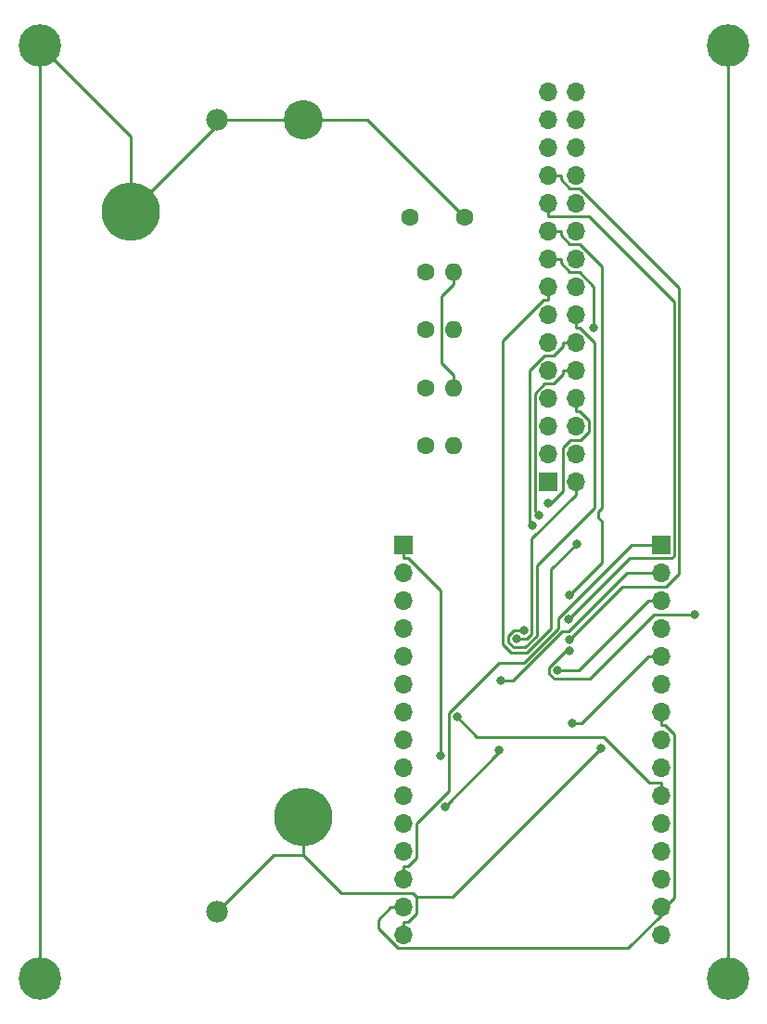
<source format=gbr>
%TF.GenerationSoftware,KiCad,Pcbnew,(6.0.0)*%
%TF.CreationDate,2022-04-22T12:33:35-07:00*%
%TF.ProjectId,Garden-Soil-MoistureSensor,47617264-656e-42d5-936f-696c2d4d6f69,rev?*%
%TF.SameCoordinates,Original*%
%TF.FileFunction,Copper,L2,Bot*%
%TF.FilePolarity,Positive*%
%FSLAX46Y46*%
G04 Gerber Fmt 4.6, Leading zero omitted, Abs format (unit mm)*
G04 Created by KiCad (PCBNEW (6.0.0)) date 2022-04-22 12:33:35*
%MOMM*%
%LPD*%
G01*
G04 APERTURE LIST*
%TA.AperFunction,ComponentPad*%
%ADD10C,1.600000*%
%TD*%
%TA.AperFunction,ComponentPad*%
%ADD11O,1.600000X1.600000*%
%TD*%
%TA.AperFunction,ComponentPad*%
%ADD12R,1.700000X1.700000*%
%TD*%
%TA.AperFunction,ComponentPad*%
%ADD13O,1.700000X1.700000*%
%TD*%
%TA.AperFunction,ComponentPad*%
%ADD14C,1.980000*%
%TD*%
%TA.AperFunction,ComponentPad*%
%ADD15C,5.325000*%
%TD*%
%TA.AperFunction,ComponentPad*%
%ADD16C,3.585000*%
%TD*%
%TA.AperFunction,ViaPad*%
%ADD17C,0.800000*%
%TD*%
%TA.AperFunction,ViaPad*%
%ADD18C,3.873600*%
%TD*%
%TA.AperFunction,Conductor*%
%ADD19C,0.250000*%
%TD*%
G04 APERTURE END LIST*
D10*
%TO.P,R4,1*%
%TO.N,D7*%
X152742800Y-86023600D03*
D11*
%TO.P,R4,2*%
%TO.N,GND*%
X155282800Y-86023600D03*
%TD*%
D12*
%TO.P,J2,1,Pin_1*%
%TO.N,DO*%
X174225000Y-95110400D03*
D13*
%TO.P,J2,2,Pin_2*%
%TO.N,D1*%
X174225000Y-97650400D03*
%TO.P,J2,3,Pin_3*%
%TO.N,D2*%
X174225000Y-100190400D03*
%TO.P,J2,4,Pin_4*%
%TO.N,D3*%
X174225000Y-102730400D03*
%TO.P,J2,5,Pin_5*%
%TO.N,D4*%
X174225000Y-105270400D03*
%TO.P,J2,6,Pin_6*%
%TO.N,3V#1*%
X174225000Y-107810400D03*
%TO.P,J2,7,Pin_7*%
%TO.N,GND*%
X174225000Y-110350400D03*
%TO.P,J2,8,Pin_8*%
%TO.N,D5*%
X174225000Y-112890400D03*
%TO.P,J2,9,Pin_9*%
%TO.N,D6*%
X174225000Y-115430400D03*
%TO.P,J2,10,Pin_10*%
%TO.N,D7*%
X174225000Y-117970400D03*
%TO.P,J2,11,Pin_11*%
%TO.N,D8*%
X174225000Y-120510400D03*
%TO.P,J2,12,Pin_12*%
%TO.N,RX*%
X174225000Y-123050400D03*
%TO.P,J2,13,Pin_13*%
%TO.N,TX*%
X174225000Y-125590400D03*
%TO.P,J2,14,Pin_14*%
%TO.N,GND*%
X174225000Y-128130400D03*
%TO.P,J2,15,Pin_15*%
%TO.N,3V#2*%
X174225000Y-130670400D03*
%TD*%
D10*
%TO.P,R2,1*%
%TO.N,VIN*%
X152742800Y-75462000D03*
D11*
%TO.P,R2,2*%
%TO.N,Net-(IC1-Pad1)*%
X155282800Y-75462000D03*
%TD*%
D10*
%TO.P,R1,1*%
%TO.N,A0*%
X152742800Y-70181200D03*
D11*
%TO.P,R1,2*%
%TO.N,GND*%
X155282800Y-70181200D03*
%TD*%
D10*
%TO.P,R3,1*%
%TO.N,D7*%
X152742800Y-80742800D03*
D11*
%TO.P,R3,2*%
%TO.N,GND*%
X155282800Y-80742800D03*
%TD*%
D12*
%TO.P,J3,1,Pin_1*%
%TO.N,1B*%
X163892500Y-89346200D03*
D13*
%TO.P,J3,2,Pin_2*%
%TO.N,1A*%
X166432500Y-89346200D03*
%TO.P,J3,3,Pin_3*%
%TO.N,2B*%
X163892500Y-86806200D03*
%TO.P,J3,4,Pin_4*%
%TO.N,2A*%
X166432500Y-86806200D03*
%TO.P,J3,5,Pin_5*%
%TO.N,3B*%
X163892500Y-84266200D03*
%TO.P,J3,6,Pin_6*%
%TO.N,3A*%
X166432500Y-84266200D03*
%TO.P,J3,7,Pin_7*%
%TO.N,4B*%
X163892500Y-81726200D03*
%TO.P,J3,8,Pin_8*%
%TO.N,4A*%
X166432500Y-81726200D03*
%TO.P,J3,9,Pin_9*%
%TO.N,5B*%
X163892500Y-79186200D03*
%TO.P,J3,10,Pin_10*%
%TO.N,5A*%
X166432500Y-79186200D03*
%TO.P,J3,11,Pin_11*%
%TO.N,6B*%
X163892500Y-76646200D03*
%TO.P,J3,12,Pin_12*%
%TO.N,6A*%
X166432500Y-76646200D03*
%TO.P,J3,13,Pin_13*%
%TO.N,7B*%
X163892500Y-74106200D03*
%TO.P,J3,14,Pin_14*%
%TO.N,7A*%
X166432500Y-74106200D03*
%TO.P,J3,15,Pin_15*%
%TO.N,8B*%
X163892500Y-71566200D03*
%TO.P,J3,16,Pin_16*%
%TO.N,8A*%
X166432500Y-71566200D03*
%TO.P,J3,17,Pin_17*%
%TO.N,9B*%
X163892500Y-69026200D03*
%TO.P,J3,18,Pin_18*%
%TO.N,9A*%
X166432500Y-69026200D03*
%TO.P,J3,19,Pin_19*%
%TO.N,10B*%
X163892500Y-66486200D03*
%TO.P,J3,20,Pin_20*%
%TO.N,10A*%
X166432500Y-66486200D03*
%TO.P,J3,21,Pin_21*%
%TO.N,11B*%
X163892500Y-63946200D03*
%TO.P,J3,22,Pin_22*%
%TO.N,11A*%
X166432500Y-63946200D03*
%TO.P,J3,23,Pin_23*%
%TO.N,12B*%
X163892500Y-61406200D03*
%TO.P,J3,24,Pin_24*%
%TO.N,12A*%
X166432500Y-61406200D03*
%TO.P,J3,25,Pin_25*%
%TO.N,13B*%
X163892500Y-58866200D03*
%TO.P,J3,26,Pin_26*%
%TO.N,13A*%
X166432500Y-58866200D03*
%TO.P,J3,27,Pin_27*%
%TO.N,14B*%
X163892500Y-56326200D03*
%TO.P,J3,28,Pin_28*%
%TO.N,14A*%
X166432500Y-56326200D03*
%TO.P,J3,29,Pin_29*%
%TO.N,15B*%
X163892500Y-53786200D03*
%TO.P,J3,30,Pin_30*%
%TO.N,15A*%
X166432500Y-53786200D03*
%TD*%
D12*
%TO.P,J1,1,Pin_1*%
%TO.N,A0*%
X150730000Y-95110400D03*
D13*
%TO.P,J1,2,Pin_2*%
%TO.N,RSV1*%
X150730000Y-97650400D03*
%TO.P,J1,3,Pin_3*%
%TO.N,RSV2*%
X150730000Y-100190400D03*
%TO.P,J1,4,Pin_4*%
%TO.N,SD3*%
X150730000Y-102730400D03*
%TO.P,J1,5,Pin_5*%
%TO.N,SD2*%
X150730000Y-105270400D03*
%TO.P,J1,6,Pin_6*%
%TO.N,SD1*%
X150730000Y-107810400D03*
%TO.P,J1,7,Pin_7*%
%TO.N,CMD*%
X150730000Y-110350400D03*
%TO.P,J1,8,Pin_8*%
%TO.N,SDO*%
X150730000Y-112890400D03*
%TO.P,J1,9,Pin_9*%
%TO.N,CLK*%
X150730000Y-115430400D03*
%TO.P,J1,10,Pin_10*%
%TO.N,GND*%
X150730000Y-117970400D03*
%TO.P,J1,11,Pin_11*%
%TO.N,3V#3*%
X150730000Y-120510400D03*
%TO.P,J1,12,Pin_12*%
%TO.N,EN*%
X150730000Y-123050400D03*
%TO.P,J1,13,Pin_13*%
%TO.N,DO*%
X150730000Y-125590400D03*
%TO.P,J1,14,Pin_14*%
%TO.N,GND*%
X150730000Y-128130400D03*
%TO.P,J1,15,Pin_15*%
%TO.N,VIN*%
X150730000Y-130670400D03*
%TD*%
D14*
%TO.P,U1,1,+*%
%TO.N,VIN*%
X133696200Y-128533300D03*
%TO.P,U1,2,-*%
%TO.N,GND*%
X133696200Y-56333300D03*
D15*
%TO.P,U1,MH1,MH1*%
%TO.N,VIN*%
X141566200Y-119893300D03*
D16*
%TO.P,U1,MH2,MH2*%
%TO.N,GND*%
X141566200Y-56333300D03*
D15*
%TO.P,U1,MH3,MH3*%
X125826200Y-64693300D03*
%TD*%
D10*
%TO.P,C1,1*%
%TO.N,VIN*%
X151287800Y-65215500D03*
%TO.P,C1,2*%
%TO.N,GND*%
X156287800Y-65215500D03*
%TD*%
D17*
%TO.N,A0*%
X154513800Y-118928300D03*
X159432700Y-113821300D03*
X154095900Y-114333000D03*
D18*
%TO.N,GND*%
X180340000Y-49530000D03*
X117500400Y-49530000D03*
X180340000Y-134620000D03*
X117475000Y-134620000D03*
D17*
%TO.N,VIN*%
X168710000Y-113668900D03*
%TO.N,D1*%
X159559600Y-107465400D03*
%TO.N,D2*%
X164776900Y-106550200D03*
%TO.N,D4*%
X166109400Y-111376500D03*
%TO.N,D7*%
X155569800Y-110767500D03*
%TO.N,13B*%
X177249800Y-101473300D03*
X165816900Y-104733000D03*
%TO.N,12B*%
X165828100Y-103732600D03*
%TO.N,11B*%
X165804700Y-101854500D03*
%TO.N,10B*%
X165863300Y-99632400D03*
%TO.N,9B*%
X168076900Y-75288500D03*
%TO.N,8B*%
X166545975Y-94969124D03*
%TO.N,7A*%
X161695300Y-102889300D03*
%TO.N,6A*%
X162490100Y-93303600D03*
%TO.N,5A*%
X163025500Y-92424200D03*
%TO.N,4A*%
X163914200Y-91261200D03*
%TO.N,1A*%
X161056900Y-103665700D03*
%TD*%
D19*
%TO.N,A0*%
X159432700Y-114009400D02*
X154513800Y-118928300D01*
X154095900Y-99284300D02*
X154095900Y-114333000D01*
X150730000Y-95110400D02*
X150730000Y-96285700D01*
X150730000Y-96285700D02*
X151097300Y-96285700D01*
X151097300Y-96285700D02*
X154095900Y-99284300D01*
X159432700Y-113821300D02*
X159432700Y-114009400D01*
%TO.N,GND*%
X174225000Y-110350400D02*
X174225000Y-111525700D01*
X117500400Y-134594600D02*
X117475000Y-134620000D01*
X141566200Y-56333300D02*
X147405600Y-56333300D01*
X174225000Y-128424200D02*
X175400300Y-127248900D01*
X154157500Y-72431800D02*
X154157500Y-78492200D01*
X180340000Y-134620000D02*
X180340000Y-49530000D01*
X150225400Y-131872700D02*
X171215300Y-131872700D01*
X175400300Y-127248900D02*
X175400300Y-112333600D01*
X171215300Y-131872700D02*
X174225000Y-128863000D01*
X148415100Y-130062400D02*
X148415100Y-129270000D01*
X148415100Y-129270000D02*
X149554700Y-128130400D01*
X154157500Y-78492200D02*
X155282800Y-79617500D01*
X125826200Y-64693300D02*
X125826200Y-57855800D01*
X147405600Y-56333300D02*
X156287800Y-65215500D01*
X155282800Y-71306500D02*
X154157500Y-72431800D01*
X174225000Y-128863000D02*
X174225000Y-128718000D01*
X150730000Y-128130400D02*
X149554700Y-128130400D01*
X133696200Y-56333300D02*
X141566200Y-56333300D01*
X155282800Y-80742800D02*
X155282800Y-79617500D01*
X175400300Y-112333600D02*
X174592400Y-111525700D01*
X155282800Y-70181200D02*
X155282800Y-71306500D01*
X125826200Y-57855800D02*
X117500400Y-49530000D01*
X117500400Y-49530000D02*
X117500400Y-134594600D01*
X148415100Y-130062400D02*
X150225400Y-131872700D01*
X174592400Y-111525700D02*
X174225000Y-111525700D01*
X125826200Y-64693300D02*
X133696200Y-56823300D01*
%TO.N,DO*%
X151905300Y-120463100D02*
X154844300Y-117524100D01*
X151905300Y-123607200D02*
X151905300Y-120463100D01*
X151097400Y-124415100D02*
X151905300Y-123607200D01*
X154844300Y-110405300D02*
X159442300Y-105807300D01*
X164808500Y-101810500D02*
X171508600Y-95110400D01*
X150730000Y-125590400D02*
X150730000Y-124415100D01*
X164808500Y-102712600D02*
X164808500Y-101810500D01*
X150730000Y-124415100D02*
X151097400Y-124415100D01*
X161713800Y-105807300D02*
X164808500Y-102712600D01*
X154844300Y-117524100D02*
X154844300Y-110405300D01*
X159442300Y-105807300D02*
X161713800Y-105807300D01*
X171508600Y-95110400D02*
X174225000Y-95110400D01*
%TO.N,VIN*%
X141566200Y-123376800D02*
X138852700Y-123376800D01*
X145049800Y-126860400D02*
X141566200Y-123376800D01*
X151585400Y-126860400D02*
X145049800Y-126860400D01*
X151097400Y-129495100D02*
X151905300Y-128687200D01*
X155198600Y-127180300D02*
X168710000Y-113668900D01*
X150730000Y-130670400D02*
X150730000Y-129495100D01*
X150730000Y-129495100D02*
X151097400Y-129495100D01*
X138852700Y-123376800D02*
X133696200Y-128533300D01*
X151905300Y-127180300D02*
X155198600Y-127180300D01*
X151905300Y-128687200D02*
X151905300Y-127180300D01*
X141566200Y-123376800D02*
X141566200Y-119893300D01*
X151905300Y-127180300D02*
X151585400Y-126860400D01*
%TO.N,D1*%
X165150800Y-103007200D02*
X165787600Y-103007200D01*
X165787600Y-103007200D02*
X171144400Y-97650400D01*
X160692600Y-107465400D02*
X165150800Y-103007200D01*
X159559600Y-107465400D02*
X160692600Y-107465400D01*
X171144400Y-97650400D02*
X174225000Y-97650400D01*
%TO.N,D2*%
X164776900Y-106550200D02*
X166689900Y-106550200D01*
X166689900Y-106550200D02*
X173049700Y-100190400D01*
X174225000Y-100190400D02*
X173049700Y-100190400D01*
%TO.N,D4*%
X166943600Y-111376500D02*
X166109400Y-111376500D01*
X174225000Y-105270400D02*
X173049700Y-105270400D01*
X173049700Y-105270400D02*
X166943600Y-111376500D01*
%TO.N,D7*%
X173153300Y-116795100D02*
X174225000Y-116795100D01*
X157421500Y-112619200D02*
X168977400Y-112619200D01*
X174225000Y-117970400D02*
X174225000Y-116795100D01*
X168977400Y-112619200D02*
X173153300Y-116795100D01*
X155569800Y-110767500D02*
X157421500Y-112619200D01*
%TO.N,13B*%
X173581900Y-101473300D02*
X167730700Y-107324500D01*
X164019100Y-106255700D02*
X165541800Y-104733000D01*
X177249800Y-101473300D02*
X173581900Y-101473300D01*
X164019100Y-106865700D02*
X164019100Y-106255700D01*
X167730700Y-107324500D02*
X164477900Y-107324500D01*
X165541800Y-104733000D02*
X165816900Y-104733000D01*
X164477900Y-107324500D02*
X164019100Y-106865700D01*
%TO.N,12B*%
X165067800Y-61773600D02*
X165067800Y-61406200D01*
X165828100Y-103732600D02*
X170640300Y-98920400D01*
X175850800Y-71673700D02*
X166758600Y-62581500D01*
X174642100Y-98920400D02*
X175850800Y-97711700D01*
X170640300Y-98920400D02*
X174642100Y-98920400D01*
X175850800Y-97711700D02*
X175850800Y-71673700D01*
X163892500Y-61406200D02*
X165067800Y-61406200D01*
X166758600Y-62581500D02*
X165875700Y-62581500D01*
X165875700Y-62581500D02*
X165067800Y-61773600D01*
%TO.N,11B*%
X167647147Y-65121500D02*
X175400300Y-72874653D01*
X175400300Y-96095200D02*
X175209700Y-96285800D01*
X171373400Y-96285800D02*
X165804700Y-101854500D01*
X175209700Y-96285800D02*
X171373400Y-96285800D01*
X163892500Y-65121500D02*
X167647147Y-65121500D01*
X163892500Y-63946200D02*
X163892500Y-65121500D01*
X175400300Y-72874653D02*
X175400300Y-96095200D01*
%TO.N,10B*%
X165875700Y-67661500D02*
X166744300Y-67661500D01*
X168802200Y-92921000D02*
X168802200Y-96693500D01*
X168802200Y-69719400D02*
X168802200Y-91687200D01*
X168485700Y-92003700D02*
X168485700Y-92604500D01*
X165067800Y-66486200D02*
X165067800Y-66853600D01*
X166744300Y-67661500D02*
X168802200Y-69719400D01*
X168485700Y-92604500D02*
X168802200Y-92921000D01*
X165067800Y-66853600D02*
X165875700Y-67661500D01*
X168802200Y-96693500D02*
X165863300Y-99632400D01*
X163892500Y-66486200D02*
X165067800Y-66486200D01*
X168802200Y-91687200D02*
X168485700Y-92003700D01*
%TO.N,9B*%
X165875700Y-70201500D02*
X166749100Y-70201500D01*
X166749100Y-70201500D02*
X168076900Y-71529300D01*
X165067800Y-69026200D02*
X165067800Y-69393600D01*
X165067800Y-69393600D02*
X165875700Y-70201500D01*
X163892500Y-69026200D02*
X165067800Y-69026200D01*
X168076900Y-71529300D02*
X168076900Y-75288500D01*
%TO.N,8B*%
X159799200Y-76467500D02*
X163525200Y-72741500D01*
X166545975Y-94969124D02*
X164199300Y-97315799D01*
X164199300Y-97315799D02*
X164199300Y-102684900D01*
X159799200Y-104162200D02*
X159799200Y-76467500D01*
X160560100Y-104923100D02*
X159799200Y-104162200D01*
X164199300Y-102684900D02*
X161961100Y-104923100D01*
X163892500Y-72741500D02*
X163892500Y-71566200D01*
X163525200Y-72741500D02*
X163892500Y-72741500D01*
X161961100Y-104923100D02*
X160560100Y-104923100D01*
%TO.N,7A*%
X160764900Y-104429000D02*
X160293000Y-103957100D01*
X160293000Y-103358100D02*
X160761800Y-102889300D01*
X162870900Y-96981600D02*
X162870900Y-103376400D01*
X168115700Y-76597400D02*
X168115700Y-91736800D01*
X161818300Y-104429000D02*
X160764900Y-104429000D01*
X162870900Y-103376400D02*
X161818300Y-104429000D01*
X166799800Y-75281500D02*
X168115700Y-76597400D01*
X160293000Y-103957100D02*
X160293000Y-103358100D01*
X168115700Y-91736800D02*
X162870900Y-96981600D01*
X160761800Y-102889300D02*
X161695300Y-102889300D01*
X166432500Y-75281500D02*
X166799800Y-75281500D01*
X166432500Y-74106200D02*
X166432500Y-75281500D01*
%TO.N,6A*%
X162203100Y-79147500D02*
X162203100Y-93016600D01*
X164449300Y-77821500D02*
X163529100Y-77821500D01*
X166432500Y-76646200D02*
X165257200Y-76646200D01*
X165257200Y-76646200D02*
X165257200Y-77013600D01*
X162203100Y-93016600D02*
X162490100Y-93303600D01*
X165257200Y-77013600D02*
X164449300Y-77821500D01*
X163529100Y-77821500D02*
X162203100Y-79147500D01*
%TO.N,5A*%
X163025500Y-92424200D02*
X162686700Y-92085400D01*
X163577000Y-80361500D02*
X164449300Y-80361500D01*
X166432500Y-79186200D02*
X165257200Y-79186200D01*
X165257200Y-79553600D02*
X165257200Y-79186200D01*
X162686700Y-81251800D02*
X163577000Y-80361500D01*
X164449300Y-80361500D02*
X165257200Y-79553600D01*
X162686700Y-92085400D02*
X162686700Y-81251800D01*
%TO.N,4A*%
X166432500Y-81726200D02*
X166432500Y-82901500D01*
X165257100Y-86233200D02*
X165257100Y-90193600D01*
X166784800Y-82901500D02*
X167639200Y-83755900D01*
X167639200Y-84747400D02*
X166850400Y-85536200D01*
X166850400Y-85536200D02*
X165954100Y-85536200D01*
X166432500Y-82901500D02*
X166784800Y-82901500D01*
X165954100Y-85536200D02*
X165257100Y-86233200D01*
X167639200Y-83755900D02*
X167639200Y-84747400D01*
X164189500Y-91261200D02*
X163914200Y-91261200D01*
X165257100Y-90193600D02*
X164189500Y-91261200D01*
%TO.N,1A*%
X162420600Y-94533400D02*
X162420600Y-103189800D01*
X166432500Y-89346200D02*
X166432500Y-90521500D01*
X161944700Y-103665700D02*
X161056900Y-103665700D01*
X166432500Y-90521500D02*
X162420600Y-94533400D01*
X162420600Y-103189800D02*
X161944700Y-103665700D01*
%TD*%
M02*

</source>
